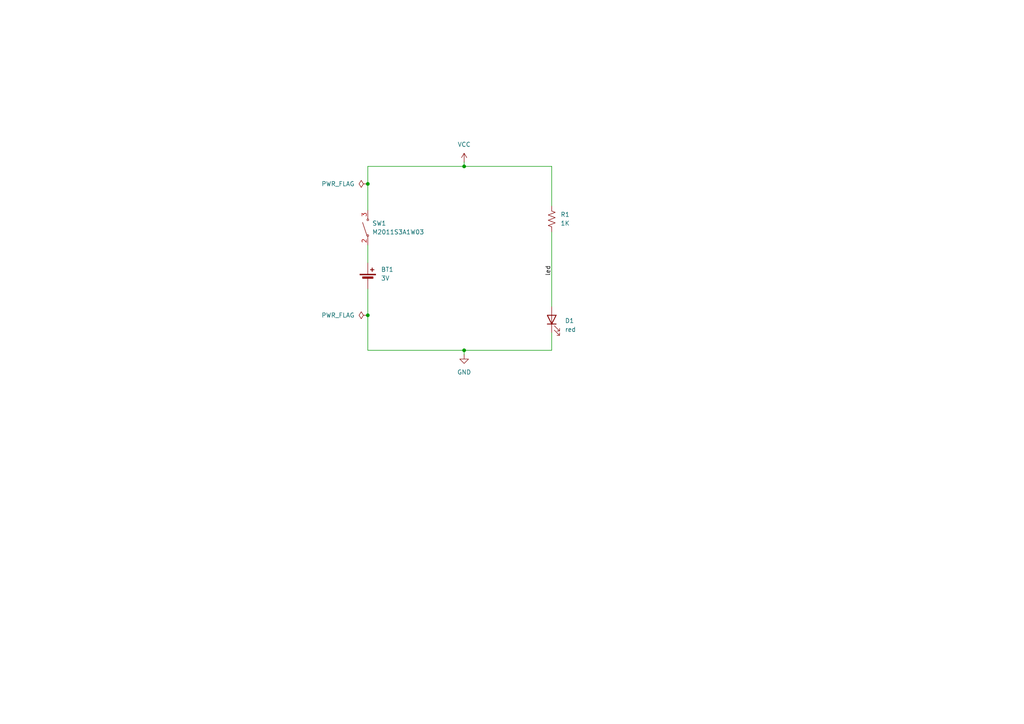
<source format=kicad_sch>
(kicad_sch
	(version 20231120)
	(generator "eeschema")
	(generator_version "8.0")
	(uuid "79fea610-35cf-4c04-8af8-948f9b02c242")
	(paper "A4")
	(title_block
		(title "First schematic in KiCad 8.0")
		(date "2024-10-15")
		(rev "0")
	)
	(lib_symbols
		(symbol "Device:Battery_Cell"
			(pin_numbers hide)
			(pin_names
				(offset 0) hide)
			(exclude_from_sim no)
			(in_bom yes)
			(on_board yes)
			(property "Reference" "BT"
				(at 2.54 2.54 0)
				(effects
					(font
						(size 1.27 1.27)
					)
					(justify left)
				)
			)
			(property "Value" "Battery_Cell"
				(at 2.54 0 0)
				(effects
					(font
						(size 1.27 1.27)
					)
					(justify left)
				)
			)
			(property "Footprint" ""
				(at 0 1.524 90)
				(effects
					(font
						(size 1.27 1.27)
					)
					(hide yes)
				)
			)
			(property "Datasheet" "~"
				(at 0 1.524 90)
				(effects
					(font
						(size 1.27 1.27)
					)
					(hide yes)
				)
			)
			(property "Description" "Single-cell battery"
				(at 0 0 0)
				(effects
					(font
						(size 1.27 1.27)
					)
					(hide yes)
				)
			)
			(property "ki_keywords" "battery cell"
				(at 0 0 0)
				(effects
					(font
						(size 1.27 1.27)
					)
					(hide yes)
				)
			)
			(symbol "Battery_Cell_0_1"
				(rectangle
					(start -2.286 1.778)
					(end 2.286 1.524)
					(stroke
						(width 0)
						(type default)
					)
					(fill
						(type outline)
					)
				)
				(rectangle
					(start -1.524 1.016)
					(end 1.524 0.508)
					(stroke
						(width 0)
						(type default)
					)
					(fill
						(type outline)
					)
				)
				(polyline
					(pts
						(xy 0 0.762) (xy 0 0)
					)
					(stroke
						(width 0)
						(type default)
					)
					(fill
						(type none)
					)
				)
				(polyline
					(pts
						(xy 0 1.778) (xy 0 2.54)
					)
					(stroke
						(width 0)
						(type default)
					)
					(fill
						(type none)
					)
				)
				(polyline
					(pts
						(xy 0.762 3.048) (xy 1.778 3.048)
					)
					(stroke
						(width 0.254)
						(type default)
					)
					(fill
						(type none)
					)
				)
				(polyline
					(pts
						(xy 1.27 3.556) (xy 1.27 2.54)
					)
					(stroke
						(width 0.254)
						(type default)
					)
					(fill
						(type none)
					)
				)
			)
			(symbol "Battery_Cell_1_1"
				(pin passive line
					(at 0 5.08 270)
					(length 2.54)
					(name "+"
						(effects
							(font
								(size 1.27 1.27)
							)
						)
					)
					(number "1"
						(effects
							(font
								(size 1.27 1.27)
							)
						)
					)
				)
				(pin passive line
					(at 0 -2.54 90)
					(length 2.54)
					(name "-"
						(effects
							(font
								(size 1.27 1.27)
							)
						)
					)
					(number "2"
						(effects
							(font
								(size 1.27 1.27)
							)
						)
					)
				)
			)
		)
		(symbol "Device:LED"
			(pin_numbers hide)
			(pin_names
				(offset 1.016) hide)
			(exclude_from_sim no)
			(in_bom yes)
			(on_board yes)
			(property "Reference" "D"
				(at 0 2.54 0)
				(effects
					(font
						(size 1.27 1.27)
					)
				)
			)
			(property "Value" "LED"
				(at 0 -2.54 0)
				(effects
					(font
						(size 1.27 1.27)
					)
				)
			)
			(property "Footprint" ""
				(at 0 0 0)
				(effects
					(font
						(size 1.27 1.27)
					)
					(hide yes)
				)
			)
			(property "Datasheet" "~"
				(at 0 0 0)
				(effects
					(font
						(size 1.27 1.27)
					)
					(hide yes)
				)
			)
			(property "Description" "Light emitting diode"
				(at 0 0 0)
				(effects
					(font
						(size 1.27 1.27)
					)
					(hide yes)
				)
			)
			(property "ki_keywords" "LED diode"
				(at 0 0 0)
				(effects
					(font
						(size 1.27 1.27)
					)
					(hide yes)
				)
			)
			(property "ki_fp_filters" "LED* LED_SMD:* LED_THT:*"
				(at 0 0 0)
				(effects
					(font
						(size 1.27 1.27)
					)
					(hide yes)
				)
			)
			(symbol "LED_0_1"
				(polyline
					(pts
						(xy -1.27 -1.27) (xy -1.27 1.27)
					)
					(stroke
						(width 0.254)
						(type default)
					)
					(fill
						(type none)
					)
				)
				(polyline
					(pts
						(xy -1.27 0) (xy 1.27 0)
					)
					(stroke
						(width 0)
						(type default)
					)
					(fill
						(type none)
					)
				)
				(polyline
					(pts
						(xy 1.27 -1.27) (xy 1.27 1.27) (xy -1.27 0) (xy 1.27 -1.27)
					)
					(stroke
						(width 0.254)
						(type default)
					)
					(fill
						(type none)
					)
				)
				(polyline
					(pts
						(xy -3.048 -0.762) (xy -4.572 -2.286) (xy -3.81 -2.286) (xy -4.572 -2.286) (xy -4.572 -1.524)
					)
					(stroke
						(width 0)
						(type default)
					)
					(fill
						(type none)
					)
				)
				(polyline
					(pts
						(xy -1.778 -0.762) (xy -3.302 -2.286) (xy -2.54 -2.286) (xy -3.302 -2.286) (xy -3.302 -1.524)
					)
					(stroke
						(width 0)
						(type default)
					)
					(fill
						(type none)
					)
				)
			)
			(symbol "LED_1_1"
				(pin passive line
					(at -3.81 0 0)
					(length 2.54)
					(name "K"
						(effects
							(font
								(size 1.27 1.27)
							)
						)
					)
					(number "1"
						(effects
							(font
								(size 1.27 1.27)
							)
						)
					)
				)
				(pin passive line
					(at 3.81 0 180)
					(length 2.54)
					(name "A"
						(effects
							(font
								(size 1.27 1.27)
							)
						)
					)
					(number "2"
						(effects
							(font
								(size 1.27 1.27)
							)
						)
					)
				)
			)
		)
		(symbol "Device:R_US"
			(pin_numbers hide)
			(pin_names
				(offset 0)
			)
			(exclude_from_sim no)
			(in_bom yes)
			(on_board yes)
			(property "Reference" "R"
				(at 2.54 0 90)
				(effects
					(font
						(size 1.27 1.27)
					)
				)
			)
			(property "Value" "R_US"
				(at -2.54 0 90)
				(effects
					(font
						(size 1.27 1.27)
					)
				)
			)
			(property "Footprint" ""
				(at 1.016 -0.254 90)
				(effects
					(font
						(size 1.27 1.27)
					)
					(hide yes)
				)
			)
			(property "Datasheet" "~"
				(at 0 0 0)
				(effects
					(font
						(size 1.27 1.27)
					)
					(hide yes)
				)
			)
			(property "Description" "Resistor, US symbol"
				(at 0 0 0)
				(effects
					(font
						(size 1.27 1.27)
					)
					(hide yes)
				)
			)
			(property "ki_keywords" "R res resistor"
				(at 0 0 0)
				(effects
					(font
						(size 1.27 1.27)
					)
					(hide yes)
				)
			)
			(property "ki_fp_filters" "R_*"
				(at 0 0 0)
				(effects
					(font
						(size 1.27 1.27)
					)
					(hide yes)
				)
			)
			(symbol "R_US_0_1"
				(polyline
					(pts
						(xy 0 -2.286) (xy 0 -2.54)
					)
					(stroke
						(width 0)
						(type default)
					)
					(fill
						(type none)
					)
				)
				(polyline
					(pts
						(xy 0 2.286) (xy 0 2.54)
					)
					(stroke
						(width 0)
						(type default)
					)
					(fill
						(type none)
					)
				)
				(polyline
					(pts
						(xy 0 -0.762) (xy 1.016 -1.143) (xy 0 -1.524) (xy -1.016 -1.905) (xy 0 -2.286)
					)
					(stroke
						(width 0)
						(type default)
					)
					(fill
						(type none)
					)
				)
				(polyline
					(pts
						(xy 0 0.762) (xy 1.016 0.381) (xy 0 0) (xy -1.016 -0.381) (xy 0 -0.762)
					)
					(stroke
						(width 0)
						(type default)
					)
					(fill
						(type none)
					)
				)
				(polyline
					(pts
						(xy 0 2.286) (xy 1.016 1.905) (xy 0 1.524) (xy -1.016 1.143) (xy 0 0.762)
					)
					(stroke
						(width 0)
						(type default)
					)
					(fill
						(type none)
					)
				)
			)
			(symbol "R_US_1_1"
				(pin passive line
					(at 0 3.81 270)
					(length 1.27)
					(name "~"
						(effects
							(font
								(size 1.27 1.27)
							)
						)
					)
					(number "1"
						(effects
							(font
								(size 1.27 1.27)
							)
						)
					)
				)
				(pin passive line
					(at 0 -3.81 90)
					(length 1.27)
					(name "~"
						(effects
							(font
								(size 1.27 1.27)
							)
						)
					)
					(number "2"
						(effects
							(font
								(size 1.27 1.27)
							)
						)
					)
				)
			)
		)
		(symbol "getting-started:M2011S3A1W03"
			(pin_names hide)
			(exclude_from_sim no)
			(in_bom yes)
			(on_board yes)
			(property "Reference" "SW"
				(at 0 3.81 0)
				(effects
					(font
						(size 1.27 1.27)
					)
				)
			)
			(property "Value" "M2011S3A1W03"
				(at -1.016 -4.318 0)
				(effects
					(font
						(size 1.27 1.27)
					)
				)
			)
			(property "Footprint" "getting-started:Switch_Toggle_SPST_NKK_M2011S3A1x03"
				(at -1.016 2.032 0)
				(effects
					(font
						(size 1.27 1.27)
					)
					(hide yes)
				)
			)
			(property "Datasheet" ""
				(at -1.016 2.032 0)
				(effects
					(font
						(size 1.27 1.27)
					)
					(hide yes)
				)
			)
			(property "Description" ""
				(at -1.016 2.032 0)
				(effects
					(font
						(size 1.27 1.27)
					)
					(hide yes)
				)
			)
			(property "ki_keywords" "spst switch toggle"
				(at 0 0 0)
				(effects
					(font
						(size 1.27 1.27)
					)
					(hide yes)
				)
			)
			(symbol "M2011S3A1W03_0_1"
				(circle
					(center -2.286 0)
					(radius 0.254)
					(stroke
						(width 0)
						(type default)
					)
					(fill
						(type none)
					)
				)
				(polyline
					(pts
						(xy -2.286 0.254) (xy 1.524 1.524)
					)
					(stroke
						(width 0)
						(type default)
					)
					(fill
						(type none)
					)
				)
				(circle
					(center 2.286 0)
					(radius 0.254)
					(stroke
						(width 0)
						(type default)
					)
					(fill
						(type none)
					)
				)
			)
			(symbol "M2011S3A1W03_1_1"
				(pin passive line
					(at -5.08 0 0)
					(length 2.54)
					(name "A"
						(effects
							(font
								(size 1.27 1.27)
							)
						)
					)
					(number "2"
						(effects
							(font
								(size 1.27 1.27)
							)
						)
					)
				)
				(pin passive line
					(at 5.08 0 180)
					(length 2.54)
					(name "A"
						(effects
							(font
								(size 1.27 1.27)
							)
						)
					)
					(number "3"
						(effects
							(font
								(size 1.27 1.27)
							)
						)
					)
				)
			)
		)
		(symbol "power:GND"
			(power)
			(pin_numbers hide)
			(pin_names
				(offset 0) hide)
			(exclude_from_sim no)
			(in_bom yes)
			(on_board yes)
			(property "Reference" "#PWR"
				(at 0 -6.35 0)
				(effects
					(font
						(size 1.27 1.27)
					)
					(hide yes)
				)
			)
			(property "Value" "GND"
				(at 0 -3.81 0)
				(effects
					(font
						(size 1.27 1.27)
					)
				)
			)
			(property "Footprint" ""
				(at 0 0 0)
				(effects
					(font
						(size 1.27 1.27)
					)
					(hide yes)
				)
			)
			(property "Datasheet" ""
				(at 0 0 0)
				(effects
					(font
						(size 1.27 1.27)
					)
					(hide yes)
				)
			)
			(property "Description" "Power symbol creates a global label with name \"GND\" , ground"
				(at 0 0 0)
				(effects
					(font
						(size 1.27 1.27)
					)
					(hide yes)
				)
			)
			(property "ki_keywords" "global power"
				(at 0 0 0)
				(effects
					(font
						(size 1.27 1.27)
					)
					(hide yes)
				)
			)
			(symbol "GND_0_1"
				(polyline
					(pts
						(xy 0 0) (xy 0 -1.27) (xy 1.27 -1.27) (xy 0 -2.54) (xy -1.27 -1.27) (xy 0 -1.27)
					)
					(stroke
						(width 0)
						(type default)
					)
					(fill
						(type none)
					)
				)
			)
			(symbol "GND_1_1"
				(pin power_in line
					(at 0 0 270)
					(length 0)
					(name "~"
						(effects
							(font
								(size 1.27 1.27)
							)
						)
					)
					(number "1"
						(effects
							(font
								(size 1.27 1.27)
							)
						)
					)
				)
			)
		)
		(symbol "power:PWR_FLAG"
			(power)
			(pin_numbers hide)
			(pin_names
				(offset 0) hide)
			(exclude_from_sim no)
			(in_bom yes)
			(on_board yes)
			(property "Reference" "#FLG"
				(at 0 1.905 0)
				(effects
					(font
						(size 1.27 1.27)
					)
					(hide yes)
				)
			)
			(property "Value" "PWR_FLAG"
				(at 0 3.81 0)
				(effects
					(font
						(size 1.27 1.27)
					)
				)
			)
			(property "Footprint" ""
				(at 0 0 0)
				(effects
					(font
						(size 1.27 1.27)
					)
					(hide yes)
				)
			)
			(property "Datasheet" "~"
				(at 0 0 0)
				(effects
					(font
						(size 1.27 1.27)
					)
					(hide yes)
				)
			)
			(property "Description" "Special symbol for telling ERC where power comes from"
				(at 0 0 0)
				(effects
					(font
						(size 1.27 1.27)
					)
					(hide yes)
				)
			)
			(property "ki_keywords" "flag power"
				(at 0 0 0)
				(effects
					(font
						(size 1.27 1.27)
					)
					(hide yes)
				)
			)
			(symbol "PWR_FLAG_0_0"
				(pin power_out line
					(at 0 0 90)
					(length 0)
					(name "~"
						(effects
							(font
								(size 1.27 1.27)
							)
						)
					)
					(number "1"
						(effects
							(font
								(size 1.27 1.27)
							)
						)
					)
				)
			)
			(symbol "PWR_FLAG_0_1"
				(polyline
					(pts
						(xy 0 0) (xy 0 1.27) (xy -1.016 1.905) (xy 0 2.54) (xy 1.016 1.905) (xy 0 1.27)
					)
					(stroke
						(width 0)
						(type default)
					)
					(fill
						(type none)
					)
				)
			)
		)
		(symbol "power:VCC"
			(power)
			(pin_numbers hide)
			(pin_names
				(offset 0) hide)
			(exclude_from_sim no)
			(in_bom yes)
			(on_board yes)
			(property "Reference" "#PWR"
				(at 0 -3.81 0)
				(effects
					(font
						(size 1.27 1.27)
					)
					(hide yes)
				)
			)
			(property "Value" "VCC"
				(at 0 3.556 0)
				(effects
					(font
						(size 1.27 1.27)
					)
				)
			)
			(property "Footprint" ""
				(at 0 0 0)
				(effects
					(font
						(size 1.27 1.27)
					)
					(hide yes)
				)
			)
			(property "Datasheet" ""
				(at 0 0 0)
				(effects
					(font
						(size 1.27 1.27)
					)
					(hide yes)
				)
			)
			(property "Description" "Power symbol creates a global label with name \"VCC\""
				(at 0 0 0)
				(effects
					(font
						(size 1.27 1.27)
					)
					(hide yes)
				)
			)
			(property "ki_keywords" "global power"
				(at 0 0 0)
				(effects
					(font
						(size 1.27 1.27)
					)
					(hide yes)
				)
			)
			(symbol "VCC_0_1"
				(polyline
					(pts
						(xy -0.762 1.27) (xy 0 2.54)
					)
					(stroke
						(width 0)
						(type default)
					)
					(fill
						(type none)
					)
				)
				(polyline
					(pts
						(xy 0 0) (xy 0 2.54)
					)
					(stroke
						(width 0)
						(type default)
					)
					(fill
						(type none)
					)
				)
				(polyline
					(pts
						(xy 0 2.54) (xy 0.762 1.27)
					)
					(stroke
						(width 0)
						(type default)
					)
					(fill
						(type none)
					)
				)
			)
			(symbol "VCC_1_1"
				(pin power_in line
					(at 0 0 90)
					(length 0)
					(name "~"
						(effects
							(font
								(size 1.27 1.27)
							)
						)
					)
					(number "1"
						(effects
							(font
								(size 1.27 1.27)
							)
						)
					)
				)
			)
		)
	)
	(junction
		(at 134.62 48.26)
		(diameter 0)
		(color 0 0 0 0)
		(uuid "16f0ee9e-2f2c-4f32-9b36-b98c9786f16f")
	)
	(junction
		(at 106.68 91.44)
		(diameter 0)
		(color 0 0 0 0)
		(uuid "aa7d48c6-c910-4460-8814-67b30b8a2818")
	)
	(junction
		(at 134.62 101.6)
		(diameter 0)
		(color 0 0 0 0)
		(uuid "e688a2c6-2ba7-413b-b7ec-214b880c682c")
	)
	(junction
		(at 106.68 53.34)
		(diameter 0)
		(color 0 0 0 0)
		(uuid "e8557e9e-cb17-4d81-9311-929943c79737")
	)
	(wire
		(pts
			(xy 160.02 96.52) (xy 160.02 101.6)
		)
		(stroke
			(width 0)
			(type default)
		)
		(uuid "1c81c582-663d-4f08-8df7-990c2b5475af")
	)
	(wire
		(pts
			(xy 134.62 101.6) (xy 106.68 101.6)
		)
		(stroke
			(width 0)
			(type default)
		)
		(uuid "77c8cfd4-f82a-4d9f-8919-9b8c0cabebd2")
	)
	(wire
		(pts
			(xy 106.68 91.44) (xy 106.68 83.82)
		)
		(stroke
			(width 0)
			(type default)
		)
		(uuid "83080a08-388f-4fdf-a0d7-8b801401b606")
	)
	(wire
		(pts
			(xy 106.68 48.26) (xy 106.68 53.34)
		)
		(stroke
			(width 0)
			(type default)
		)
		(uuid "8cb56557-a79f-4a3f-9f22-82b9fd3ced7f")
	)
	(wire
		(pts
			(xy 160.02 101.6) (xy 134.62 101.6)
		)
		(stroke
			(width 0)
			(type default)
		)
		(uuid "98ccb7a5-7108-4278-a3f4-3a1ab39a8020")
	)
	(wire
		(pts
			(xy 106.68 48.26) (xy 134.62 48.26)
		)
		(stroke
			(width 0)
			(type default)
		)
		(uuid "9efefdf6-fed9-4b71-b2f5-09413107a013")
	)
	(wire
		(pts
			(xy 106.68 101.6) (xy 106.68 91.44)
		)
		(stroke
			(width 0)
			(type default)
		)
		(uuid "a68a8ae3-56ff-436d-9753-b07e0a315c46")
	)
	(wire
		(pts
			(xy 106.68 71.12) (xy 106.68 76.2)
		)
		(stroke
			(width 0)
			(type default)
		)
		(uuid "c265f7ec-054a-4e83-b025-625fa598e784")
	)
	(wire
		(pts
			(xy 134.62 48.26) (xy 134.62 46.99)
		)
		(stroke
			(width 0)
			(type default)
		)
		(uuid "c3c3b6d4-c124-4c72-888d-13b19676548d")
	)
	(wire
		(pts
			(xy 134.62 101.6) (xy 134.62 102.87)
		)
		(stroke
			(width 0)
			(type default)
		)
		(uuid "d2f6c25c-03d5-4cb1-91f7-880a63f08c66")
	)
	(wire
		(pts
			(xy 160.02 67.31) (xy 160.02 88.9)
		)
		(stroke
			(width 0)
			(type default)
		)
		(uuid "dda5260a-601e-4130-811c-fe6583ba8da8")
	)
	(wire
		(pts
			(xy 134.62 48.26) (xy 160.02 48.26)
		)
		(stroke
			(width 0)
			(type default)
		)
		(uuid "e756114b-7b48-4a43-b800-a2438bf40aca")
	)
	(wire
		(pts
			(xy 160.02 48.26) (xy 160.02 59.69)
		)
		(stroke
			(width 0)
			(type default)
		)
		(uuid "edc1399d-a432-47c9-86cc-7bb554e7df08")
	)
	(wire
		(pts
			(xy 106.68 53.34) (xy 106.68 60.96)
		)
		(stroke
			(width 0)
			(type default)
		)
		(uuid "ff848fb1-145b-4bcd-8c2e-f50cdcd36489")
	)
	(label "led"
		(at 160.02 80.01 90)
		(fields_autoplaced yes)
		(effects
			(font
				(size 1.27 1.27)
			)
			(justify left bottom)
		)
		(uuid "416dd75f-0542-4c79-8eaa-1b06c3e4a898")
	)
	(symbol
		(lib_id "power:PWR_FLAG")
		(at 106.68 91.44 90)
		(unit 1)
		(exclude_from_sim no)
		(in_bom yes)
		(on_board yes)
		(dnp no)
		(fields_autoplaced yes)
		(uuid "1b932e40-017d-43c1-a3f8-309713daa25c")
		(property "Reference" "#FLG02"
			(at 104.775 91.44 0)
			(effects
				(font
					(size 1.27 1.27)
				)
				(hide yes)
			)
		)
		(property "Value" "PWR_FLAG"
			(at 102.87 91.4399 90)
			(effects
				(font
					(size 1.27 1.27)
				)
				(justify left)
			)
		)
		(property "Footprint" ""
			(at 106.68 91.44 0)
			(effects
				(font
					(size 1.27 1.27)
				)
				(hide yes)
			)
		)
		(property "Datasheet" "~"
			(at 106.68 91.44 0)
			(effects
				(font
					(size 1.27 1.27)
				)
				(hide yes)
			)
		)
		(property "Description" "Special symbol for telling ERC where power comes from"
			(at 106.68 91.44 0)
			(effects
				(font
					(size 1.27 1.27)
				)
				(hide yes)
			)
		)
		(pin "1"
			(uuid "4d456d56-86bc-43d2-beeb-c2197e8eb2ae")
		)
		(instances
			(project "kicad-tutorial"
				(path "/79fea610-35cf-4c04-8af8-948f9b02c242"
					(reference "#FLG02")
					(unit 1)
				)
			)
		)
	)
	(symbol
		(lib_id "getting-started:M2011S3A1W03")
		(at 106.68 66.04 90)
		(unit 1)
		(exclude_from_sim no)
		(in_bom yes)
		(on_board yes)
		(dnp no)
		(fields_autoplaced yes)
		(uuid "2a20acf4-94fb-4637-a6ee-47f01b9eb432")
		(property "Reference" "SW1"
			(at 107.95 64.7699 90)
			(effects
				(font
					(size 1.27 1.27)
				)
				(justify right)
			)
		)
		(property "Value" "M2011S3A1W03"
			(at 107.95 67.3099 90)
			(effects
				(font
					(size 1.27 1.27)
				)
				(justify right)
			)
		)
		(property "Footprint" "getting-started:Switch_Toggle_SPST_NKK_M2011S3A1x03"
			(at 104.648 67.056 0)
			(effects
				(font
					(size 1.27 1.27)
				)
				(hide yes)
			)
		)
		(property "Datasheet" ""
			(at 104.648 67.056 0)
			(effects
				(font
					(size 1.27 1.27)
				)
				(hide yes)
			)
		)
		(property "Description" ""
			(at 104.648 67.056 0)
			(effects
				(font
					(size 1.27 1.27)
				)
				(hide yes)
			)
		)
		(pin "3"
			(uuid "9a8aa5cf-8be6-4fe9-9463-47b70d157f66")
		)
		(pin "2"
			(uuid "6837c918-de37-4e46-b14e-ca5fc915c425")
		)
		(instances
			(project ""
				(path "/79fea610-35cf-4c04-8af8-948f9b02c242"
					(reference "SW1")
					(unit 1)
				)
			)
		)
	)
	(symbol
		(lib_id "Device:Battery_Cell")
		(at 106.68 81.28 0)
		(unit 1)
		(exclude_from_sim no)
		(in_bom yes)
		(on_board yes)
		(dnp no)
		(fields_autoplaced yes)
		(uuid "71ad89b9-f10e-4b4a-8b32-b989384c2de3")
		(property "Reference" "BT1"
			(at 110.49 78.1684 0)
			(effects
				(font
					(size 1.27 1.27)
				)
				(justify left)
			)
		)
		(property "Value" "3V"
			(at 110.49 80.7084 0)
			(effects
				(font
					(size 1.27 1.27)
				)
				(justify left)
			)
		)
		(property "Footprint" "Battery:BatteryHolder_Keystone_1058_1x2032"
			(at 106.68 79.756 90)
			(effects
				(font
					(size 1.27 1.27)
				)
				(hide yes)
			)
		)
		(property "Datasheet" "~"
			(at 106.68 79.756 90)
			(effects
				(font
					(size 1.27 1.27)
				)
				(hide yes)
			)
		)
		(property "Description" "Single-cell battery"
			(at 106.68 81.28 0)
			(effects
				(font
					(size 1.27 1.27)
				)
				(hide yes)
			)
		)
		(pin "1"
			(uuid "8b614e38-7506-40bd-8848-7704262cb874")
		)
		(pin "2"
			(uuid "b0078752-1200-41a7-8ee3-0539b979427c")
		)
		(instances
			(project ""
				(path "/79fea610-35cf-4c04-8af8-948f9b02c242"
					(reference "BT1")
					(unit 1)
				)
			)
		)
	)
	(symbol
		(lib_id "Device:R_US")
		(at 160.02 63.5 0)
		(unit 1)
		(exclude_from_sim no)
		(in_bom yes)
		(on_board yes)
		(dnp no)
		(fields_autoplaced yes)
		(uuid "7a1c5316-746f-431b-8167-66c00133e35d")
		(property "Reference" "R1"
			(at 162.56 62.2299 0)
			(effects
				(font
					(size 1.27 1.27)
				)
				(justify left)
			)
		)
		(property "Value" "1K"
			(at 162.56 64.7699 0)
			(effects
				(font
					(size 1.27 1.27)
				)
				(justify left)
			)
		)
		(property "Footprint" "Resistor_THT:R_Axial_DIN0309_L9.0mm_D3.2mm_P12.70mm_Horizontal"
			(at 161.036 63.754 90)
			(effects
				(font
					(size 1.27 1.27)
				)
				(hide yes)
			)
		)
		(property "Datasheet" "~"
			(at 160.02 63.5 0)
			(effects
				(font
					(size 1.27 1.27)
				)
				(hide yes)
			)
		)
		(property "Description" "Resistor, US symbol"
			(at 160.02 63.5 0)
			(effects
				(font
					(size 1.27 1.27)
				)
				(hide yes)
			)
		)
		(pin "2"
			(uuid "19967e07-38dc-483d-a196-82a855fca220")
		)
		(pin "1"
			(uuid "1601ff9d-f692-4593-8f48-7b811a3bfff7")
		)
		(instances
			(project ""
				(path "/79fea610-35cf-4c04-8af8-948f9b02c242"
					(reference "R1")
					(unit 1)
				)
			)
		)
	)
	(symbol
		(lib_id "power:PWR_FLAG")
		(at 106.68 53.34 90)
		(unit 1)
		(exclude_from_sim no)
		(in_bom yes)
		(on_board yes)
		(dnp no)
		(fields_autoplaced yes)
		(uuid "8f4e7a11-6822-415e-a214-4add52e88186")
		(property "Reference" "#FLG01"
			(at 104.775 53.34 0)
			(effects
				(font
					(size 1.27 1.27)
				)
				(hide yes)
			)
		)
		(property "Value" "PWR_FLAG"
			(at 102.87 53.3399 90)
			(effects
				(font
					(size 1.27 1.27)
				)
				(justify left)
			)
		)
		(property "Footprint" ""
			(at 106.68 53.34 0)
			(effects
				(font
					(size 1.27 1.27)
				)
				(hide yes)
			)
		)
		(property "Datasheet" "~"
			(at 106.68 53.34 0)
			(effects
				(font
					(size 1.27 1.27)
				)
				(hide yes)
			)
		)
		(property "Description" "Special symbol for telling ERC where power comes from"
			(at 106.68 53.34 0)
			(effects
				(font
					(size 1.27 1.27)
				)
				(hide yes)
			)
		)
		(pin "1"
			(uuid "7d8ea8da-c438-40eb-a02a-cf861e4eb694")
		)
		(instances
			(project ""
				(path "/79fea610-35cf-4c04-8af8-948f9b02c242"
					(reference "#FLG01")
					(unit 1)
				)
			)
		)
	)
	(symbol
		(lib_id "Device:LED")
		(at 160.02 92.71 90)
		(unit 1)
		(exclude_from_sim no)
		(in_bom yes)
		(on_board yes)
		(dnp no)
		(fields_autoplaced yes)
		(uuid "ac6189c3-5efe-466c-9d64-65decd333070")
		(property "Reference" "D1"
			(at 163.83 93.0274 90)
			(effects
				(font
					(size 1.27 1.27)
				)
				(justify right)
			)
		)
		(property "Value" "red"
			(at 163.83 95.5674 90)
			(effects
				(font
					(size 1.27 1.27)
				)
				(justify right)
			)
		)
		(property "Footprint" "LED_THT:LED_D5.0mm"
			(at 160.02 92.71 0)
			(effects
				(font
					(size 1.27 1.27)
				)
				(hide yes)
			)
		)
		(property "Datasheet" "~"
			(at 160.02 92.71 0)
			(effects
				(font
					(size 1.27 1.27)
				)
				(hide yes)
			)
		)
		(property "Description" "Light emitting diode"
			(at 160.02 92.71 0)
			(effects
				(font
					(size 1.27 1.27)
				)
				(hide yes)
			)
		)
		(pin "1"
			(uuid "85bf87e8-738c-4781-9f37-c07dedea90cf")
		)
		(pin "2"
			(uuid "754153f5-442b-475c-817b-3e0d899f3a22")
		)
		(instances
			(project ""
				(path "/79fea610-35cf-4c04-8af8-948f9b02c242"
					(reference "D1")
					(unit 1)
				)
			)
		)
	)
	(symbol
		(lib_id "power:VCC")
		(at 134.62 46.99 0)
		(unit 1)
		(exclude_from_sim no)
		(in_bom yes)
		(on_board yes)
		(dnp no)
		(fields_autoplaced yes)
		(uuid "c27f17ac-2fa2-4fd0-a2a2-7ac67d0a8899")
		(property "Reference" "#PWR01"
			(at 134.62 50.8 0)
			(effects
				(font
					(size 1.27 1.27)
				)
				(hide yes)
			)
		)
		(property "Value" "VCC"
			(at 134.62 41.91 0)
			(effects
				(font
					(size 1.27 1.27)
				)
			)
		)
		(property "Footprint" ""
			(at 134.62 46.99 0)
			(effects
				(font
					(size 1.27 1.27)
				)
				(hide yes)
			)
		)
		(property "Datasheet" ""
			(at 134.62 46.99 0)
			(effects
				(font
					(size 1.27 1.27)
				)
				(hide yes)
			)
		)
		(property "Description" "Power symbol creates a global label with name \"VCC\""
			(at 134.62 46.99 0)
			(effects
				(font
					(size 1.27 1.27)
				)
				(hide yes)
			)
		)
		(pin "1"
			(uuid "b85d9172-4b72-41d3-af3e-e4ec6c999a9c")
		)
		(instances
			(project ""
				(path "/79fea610-35cf-4c04-8af8-948f9b02c242"
					(reference "#PWR01")
					(unit 1)
				)
			)
		)
	)
	(symbol
		(lib_id "power:GND")
		(at 134.62 102.87 0)
		(unit 1)
		(exclude_from_sim no)
		(in_bom yes)
		(on_board yes)
		(dnp no)
		(fields_autoplaced yes)
		(uuid "fe592a37-0427-4b28-90e0-f4595d5d7c6e")
		(property "Reference" "#PWR02"
			(at 134.62 109.22 0)
			(effects
				(font
					(size 1.27 1.27)
				)
				(hide yes)
			)
		)
		(property "Value" "GND"
			(at 134.62 107.95 0)
			(effects
				(font
					(size 1.27 1.27)
				)
			)
		)
		(property "Footprint" ""
			(at 134.62 102.87 0)
			(effects
				(font
					(size 1.27 1.27)
				)
				(hide yes)
			)
		)
		(property "Datasheet" ""
			(at 134.62 102.87 0)
			(effects
				(font
					(size 1.27 1.27)
				)
				(hide yes)
			)
		)
		(property "Description" "Power symbol creates a global label with name \"GND\" , ground"
			(at 134.62 102.87 0)
			(effects
				(font
					(size 1.27 1.27)
				)
				(hide yes)
			)
		)
		(pin "1"
			(uuid "64e9a306-73cc-4ef7-92c2-297145b82f90")
		)
		(instances
			(project ""
				(path "/79fea610-35cf-4c04-8af8-948f9b02c242"
					(reference "#PWR02")
					(unit 1)
				)
			)
		)
	)
	(sheet_instances
		(path "/"
			(page "1")
		)
	)
)

</source>
